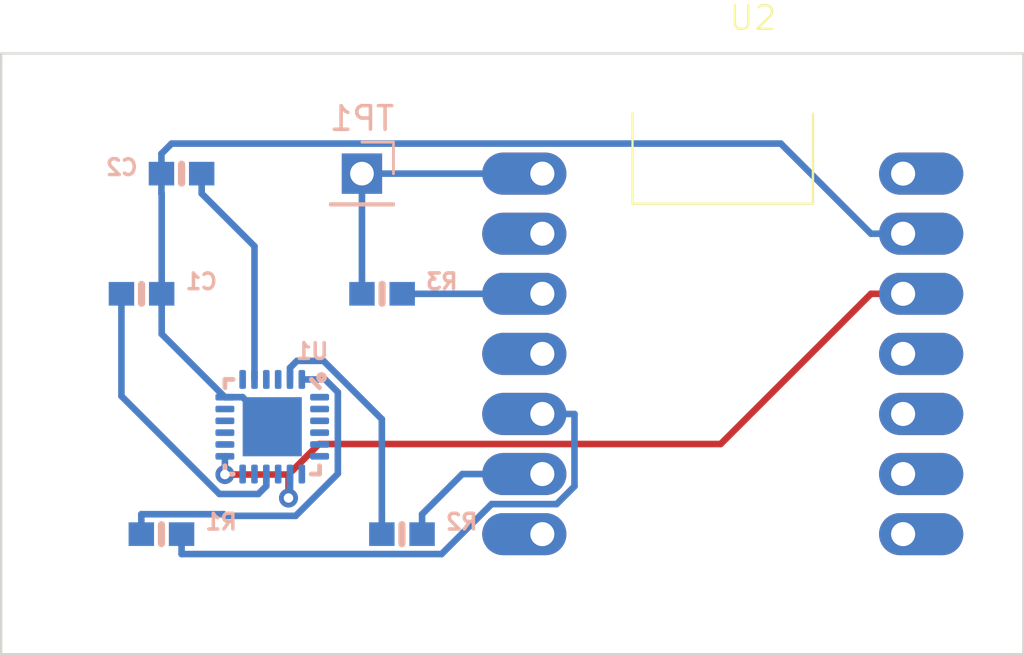
<source format=kicad_pcb>
(kicad_pcb (version 20221018) (generator pcbnew)
  (layers (0 "F.Cu" signal) (31 "B.Cu" signal) (34 "B.Paste" user) (35 "F.Paste" user) (36 "B.SilkS" user "B.Silkscreen") (37 "F.SilkS" user "F.Silkscreen") (38 "B.Mask" user) (39 "F.Mask" user) (44 "Edge.Cuts" user))
  (net 0 "")
  (net 1 "/REGOUT")
  (net 2 "GND")
  (net 3 "/CPOUT")
  (net 4 "Net-(U2-GPIO1_A0_D0)")
  (net 5 "Net-(U2-GPIO3_A2_D2)")
  (net 6 "/CLKIN")
  (net 7 "/SDA_EXT")
  (net 8 "/SCL_EXT")
  (net 9 "3.3V")
  (net 10 "/AD0")
  (net 11 "/FSYNC_IN")
  (net 12 "/INT")
  (net 16 "/SCL_3V")
  (net 17 "/SDA_3V")
  (net 26 "Net-(U2-GPIO4_A3_D3_SDA)")
  (net 27 "Net-(U2-GPIO6_A5_D5_SCL)")
  (footprint "esp32_sense:XIAO_ESP32_SENSE" (layer "F.Cu") (at 114.3 83.82)
    (fp_text reference "U2" (at 1.27 -14.2 unlocked) (layer "F.SilkS") (effects (font (thickness 0.1))))
    (fp_text value "~")
    (fp_line (start -3.81 -10.16) (end -3.81 -6.35) (stroke (width 0.1)) (layer "F.SilkS"))
    (fp_line (start -3.81 -6.35) (end 3.81 -6.35) (stroke (width 0.1)) (layer "F.SilkS"))
    (fp_line (start 3.81 -6.35) (end 3.81 -10.16) (stroke (width 0.1)) (layer "F.SilkS"))
    (pad "1" thru_hole oval (at -7.62 -7.62) (size 3.556 1.778) (drill 1.016 (offset -0.762 0)) (layers "*.Cu" "*.Mask") (net 4 "Net-(U2-GPIO1_A0_D0)"))
    (pad "2" thru_hole oval (at -7.62 -5.08) (size 3.556 1.778) (drill 1.016 (offset -0.762 0)) (layers "*.Cu" "*.Mask"))
    (pad "3" thru_hole oval (at -7.62 -2.54) (size 3.556 1.778) (drill 1.016 (offset -0.762 0)) (layers "*.Cu" "*.Mask") (net 5 "Net-(U2-GPIO3_A2_D2)"))
    (pad "4" thru_hole oval (at -7.62 0) (size 3.556 1.778) (drill 1.016 (offset -0.762 0)) (layers "*.Cu" "*.Mask"))
    (pad "5" thru_hole oval (at -7.62 2.54) (size 3.556 1.778) (drill 1.016 (offset -0.762 0)) (layers "*.Cu" "*.Mask") (net 26 "Net-(U2-GPIO4_A3_D3_SDA)"))
    (pad "6" thru_hole oval (at -7.62 5.08) (size 3.556 1.778) (drill 1.016 (offset -0.762 0)) (layers "*.Cu" "*.Mask") (net 27 "Net-(U2-GPIO6_A5_D5_SCL)"))
    (pad "7" thru_hole oval (at -7.62 7.62) (size 3.556 1.778) (drill 1.016 (offset -0.762 0)) (layers "*.Cu" "*.Mask"))
    (pad "8" thru_hole oval (at 7.62 -7.62) (size 3.556 1.778) (drill 1.016 (offset 0.762 0)) (layers "*.Cu" "*.Mask"))
    (pad "9" thru_hole oval (at 7.62 -5.08) (size 3.556 1.778) (drill 1.016 (offset 0.762 0)) (layers "*.Cu" "*.Mask") (net 2 "GND"))
    (pad "10" thru_hole oval (at 7.62 -2.54) (size 3.556 1.778) (drill 1.016 (offset 0.762 0)) (layers "*.Cu" "*.Mask") (net 9 "3.3V"))
    (pad "11" thru_hole oval (at 7.62 0) (size 3.556 1.778) (drill 1.016 (offset 0.762 0)) (layers "*.Cu" "*.Mask"))
    (pad "12" thru_hole oval (at 7.62 2.54) (size 3.556 1.778) (drill 1.016 (offset 0.762 0)) (layers "*.Cu" "*.Mask"))
    (pad "13" thru_hole oval (at 7.62 5.08) (size 3.556 1.778) (drill 1.016 (offset 0.762 0)) (layers "*.Cu" "*.Mask"))
    (pad "14" thru_hole oval (at 7.62 7.62) (size 3.556 1.778) (drill 1.016 (offset 0.762 0)) (layers "*.Cu" "*.Mask"))
  )
  (footprint "MPU6050:0603-NO" (layer "B.Cu") (at 90.59 91.44)
    (fp_text reference "R1" (at 1.778 -0.127) (layer "B.SilkS") (effects (font (size 0.666496 0.666496) (thickness 0.146304)) (justify right bottom mirror)))
    (fp_text value "4.7K")
    (fp_line (start 0 0.4) (end 0 -0.4) (stroke (width 0.3048)) (layer "B.SilkS"))
    (pad "1" smd rect (at -0.85 0) (size 1.075 1) (layers "B.Cu" "B.Paste" "B.Mask") (net 17 "/SDA_3V"))
    (pad "2" smd rect (at 0.85 0) (size 1.075 1) (layers "B.Cu" "B.Paste" "B.Mask") (net 26 "Net-(U2-GPIO4_A3_D3_SDA)"))
  )
  (footprint "MPU6050:0603-NO" (layer "B.Cu") (at 91.44 76.2 180)
    (fp_text reference "C2" (at 1.778 -0.127) (layer "B.SilkS") (effects (font (size 0.666496 0.666496) (thickness 0.146304)) (justify left bottom mirror)))
    (fp_text value "2.2nF")
    (fp_line (start 0 0.4) (end 0 -0.4) (stroke (width 0.3048)) (layer "B.SilkS"))
    (pad "1" smd rect (at -0.85 0 180) (size 1.075 1) (layers "B.Cu" "B.Paste" "B.Mask") (net 3 "/CPOUT"))
    (pad "2" smd rect (at 0.85 0 180) (size 1.075 1) (layers "B.Cu" "B.Paste" "B.Mask") (net 2 "GND"))
  )
  (footprint "MPU6050:QFN24_4MM_SMSC" (layer "B.Cu") (at 95.27 86.9 180)
    (fp_text reference "U1" (at -2.45 2.8) (layer "B.SilkS") (effects (font (size 0.666496 0.666496) (thickness 0.146304)) (justify left bottom mirror)))
    (fp_text value "MPU-6050")
    (fp_line (start -2 -2) (end -2 -1.65) (stroke (width 0.2032)) (layer "B.SilkS"))
    (fp_line (start -1.65 -2) (end -2 -2) (stroke (width 0.2032)) (layer "B.SilkS"))
    (fp_line (start -1.65 2) (end -2 1.65) (stroke (width 0.2032)) (layer "B.SilkS"))
    (fp_line (start 1.65 -2) (end 2 -2) (stroke (width 0.2032)) (layer "B.SilkS"))
    (fp_line (start 2 -1.65) (end 2 -2) (stroke (width 0.2032)) (layer "B.SilkS"))
    (fp_line (start 2 1.65) (end 2 2) (stroke (width 0.2032)) (layer "B.SilkS"))
    (fp_line (start 2 2) (end 1.65 2) (stroke (width 0.2032)) (layer "B.SilkS"))
    (fp_circle (center -2.0828 2.0828) (end -1.9558 2.0828) (stroke (width 0.2032)) (fill none) (layer "B.SilkS"))
    (pad "1" smd roundrect (at -2 1.25) (size 0.8 0.28) (layers "B.Cu" "B.Paste" "B.Mask") (net 6 "/CLKIN"))
    (pad "2" smd roundrect (at -2 0.75) (size 0.8 0.28) (layers "B.Cu" "B.Paste" "B.Mask"))
    (pad "3" smd roundrect (at -2 0.25) (size 0.8 0.28) (layers "B.Cu" "B.Paste" "B.Mask"))
    (pad "4" smd roundrect (at -2 -0.25) (size 0.8 0.28) (layers "B.Cu" "B.Paste" "B.Mask"))
    (pad "5" smd roundrect (at -2 -0.75) (size 0.8 0.28) (layers "B.Cu" "B.Paste" "B.Mask"))
    (pad "6" smd roundrect (at -2 -1.25) (size 0.8 0.28) (layers "B.Cu" "B.Paste" "B.Mask") (net 7 "/SDA_EXT"))
    (pad "7" smd roundrect (at -1.25 -2 90) (size 0.8 0.28) (layers "B.Cu" "B.Paste" "B.Mask") (net 8 "/SCL_EXT"))
    (pad "8" smd roundrect (at -0.75 -2 90) (size 0.8 0.28) (layers "B.Cu" "B.Paste" "B.Mask") (net 9 "3.3V"))
    (pad "9" smd roundrect (at -0.25 -2 90) (size 0.8 0.28) (layers "B.Cu" "B.Paste" "B.Mask") (net 10 "/AD0"))
    (pad "10" smd roundrect (at 0.25 -2 90) (size 0.8 0.28) (layers "B.Cu" "B.Paste" "B.Mask") (net 1 "/REGOUT"))
    (pad "11" smd roundrect (at 0.75 -2 90) (size 0.8 0.28) (layers "B.Cu" "B.Paste" "B.Mask") (net 11 "/FSYNC_IN"))
    (pad "12" smd roundrect (at 1.25 -2 90) (size 0.8 0.28) (layers "B.Cu" "B.Paste" "B.Mask") (net 12 "/INT"))
    (pad "13" smd roundrect (at 2 -1.25 180) (size 0.8 0.28) (layers "B.Cu" "B.Paste" "B.Mask") (net 9 "3.3V"))
    (pad "14" smd roundrect (at 2 -0.75 180) (size 0.8 0.28) (layers "B.Cu" "B.Paste" "B.Mask"))
    (pad "15" smd roundrect (at 2 -0.25 180) (size 0.8 0.28) (layers "B.Cu" "B.Paste" "B.Mask"))
    (pad "16" smd roundrect (at 2 0.25 180) (size 0.8 0.28) (layers "B.Cu" "B.Paste" "B.Mask"))
    (pad "17" smd roundrect (at 2 0.75 180) (size 0.8 0.28) (layers "B.Cu" "B.Paste" "B.Mask"))
    (pad "18" smd roundrect (at 2 1.25 180) (size 0.8 0.28) (layers "B.Cu" "B.Paste" "B.Mask") (net 2 "GND"))
    (pad "19" smd roundrect (at 1.25 2 270) (size 0.8 0.28) (layers "B.Cu" "B.Paste" "B.Mask"))
    (pad "20" smd roundrect (at 0.75 2 270) (size 0.8 0.28) (layers "B.Cu" "B.Paste" "B.Mask") (net 3 "/CPOUT"))
    (pad "21" smd roundrect (at 0.25 2 270) (size 0.8 0.28) (layers "B.Cu" "B.Paste" "B.Mask"))
    (pad "22" smd roundrect (at -0.25 2 270) (size 0.8 0.28) (layers "B.Cu" "B.Paste" "B.Mask"))
    (pad "23" smd roundrect (at -0.75 2 270) (size 0.8 0.28) (layers "B.Cu" "B.Paste" "B.Mask") (net 16 "/SCL_3V"))
    (pad "24" smd roundrect (at -1.25 2 270) (size 0.8 0.28) (layers "B.Cu" "B.Paste" "B.Mask") (net 17 "/SDA_3V"))
    (pad "THERM" smd rect (at 0 0 180) (size 2.5 2.5) (layers "B.Cu" "B.Mask") (net 2 "GND"))
  )
  (footprint "MPU6050:0603-NO" (layer "B.Cu") (at 89.75 81.28)
    (fp_text reference "C1" (at 1.778 -0.127 -360) (layer "B.SilkS") (effects (font (size 0.666496 0.666496) (thickness 0.146304)) (justify right bottom mirror)))
    (fp_text value "0.1uF")
    (fp_line (start 0 0.4) (end 0 -0.4) (stroke (width 0.3048)) (layer "B.SilkS"))
    (pad "1" smd rect (at -0.85 0) (size 1.075 1) (layers "B.Cu" "B.Paste" "B.Mask") (net 1 "/REGOUT"))
    (pad "2" smd rect (at 0.85 0) (size 1.075 1) (layers "B.Cu" "B.Paste" "B.Mask") (net 2 "GND"))
  )
  (footprint "MPU6050:0603-NO" (layer "B.Cu") (at 99.91 81.28)
    (fp_text reference "R3" (at 1.778 -0.127 -360) (layer "B.SilkS") (effects (font (size 0.666496 0.666496) (thickness 0.146304)) (justify right bottom mirror)))
    (fp_text value "10K")
    (fp_line (start 0 0.4) (end 0 -0.4) (stroke (width 0.3048)) (layer "B.SilkS"))
    (pad "1" smd rect (at -0.85 0) (size 1.075 1) (layers "B.Cu" "B.Paste" "B.Mask") (net 4 "Net-(U2-GPIO1_A0_D0)"))
    (pad "2" smd rect (at 0.85 0) (size 1.075 1) (layers "B.Cu" "B.Paste" "B.Mask") (net 5 "Net-(U2-GPIO3_A2_D2)"))
  )
  (footprint "MPU6050:0603-NO" (layer "B.Cu") (at 100.75 91.44)
    (fp_text reference "R2" (at 1.778 -0.127) (layer "B.SilkS") (effects (font (size 0.666496 0.666496) (thickness 0.146304)) (justify right bottom mirror)))
    (fp_text value "4.7K")
    (fp_line (start 0 0.4) (end 0 -0.4) (stroke (width 0.3048)) (layer "B.SilkS"))
    (pad "1" smd rect (at -0.85 0) (size 1.075 1) (layers "B.Cu" "B.Paste" "B.Mask") (net 16 "/SCL_3V"))
    (pad "2" smd rect (at 0.85 0) (size 1.075 1) (layers "B.Cu" "B.Paste" "B.Mask") (net 27 "Net-(U2-GPIO6_A5_D5_SCL)"))
  )
  (footprint "Connector_PinHeader_2.54mm:PinHeader_1x01_P2.54mm_Vertical" (layer "B.Cu") (at 99.06 76.2 180)
    (fp_text reference "TP1" (at 0 2.33) (layer "B.SilkS") (effects (justify mirror)))
    (fp_text value "TestPoint")
    (fp_line (start -1.33 -1.33) (end 1.33 -1.33) (stroke (width 0.12)) (layer "B.SilkS"))
    (fp_line (start -1.33 -1.27) (end -1.33 -1.33) (stroke (width 0.12)) (layer "B.SilkS"))
    (fp_line (start -1.33 -1.27) (end 1.33 -1.27) (stroke (width 0.12)) (layer "B.SilkS"))
    (fp_line (start -1.33 0) (end -1.33 1.33) (stroke (width 0.12)) (layer "B.SilkS"))
    (fp_line (start -1.33 1.33) (end 0 1.33) (stroke (width 0.12)) (layer "B.SilkS"))
    (fp_line (start 1.33 -1.27) (end 1.33 -1.33) (stroke (width 0.12)) (layer "B.SilkS"))
    (pad "1" thru_hole rect (at 0 0 180) (size 1.7 1.7) (drill 1) (layers "*.Cu" "*.Mask") (net 4 "Net-(U2-GPIO1_A0_D0)"))
  )
  (gr_rect (start 83.82 71.12) (end 127 96.52) (stroke (width 0.1)) (fill none) (layer "Edge.Cuts"))
  (segment (start 94.6828 89.7425) (end 95.02 89.4053) (width 0.2794) (layer "B.Cu") (net 1))
  (segment (start 93.0372 89.7425) (end 94.6828 89.7425) (width 0.2794) (layer "B.Cu") (net 1))
  (segment (start 88.9 85.6053) (end 93.0372 89.7425) (width 0.2794) (layer "B.Cu") (net 1))
  (segment (start 95.02 89.4053) (end 95.02 88.9) (width 0.2794) (layer "B.Cu") (net 1))
  (segment (start 88.9 81.28) (end 88.9 85.6053) (width 0.2794) (layer "B.Cu") (net 1))
  (segment (start 116.7513 74.9289) (end 120.5624 78.74) (width 0.2794) (layer "B.Cu") (net 2))
  (segment (start 91.0195 74.9289) (end 116.7513 74.9289) (width 0.2794) (layer "B.Cu") (net 2))
  (segment (start 90.6 81.28) (end 90.6 77.0516) (width 0.2794) (layer "B.Cu") (net 2))
  (segment (start 90.6 77.0516) (end 90.59 77.0416) (width 0.2794) (layer "B.Cu") (net 2))
  (segment (start 90.59 76.2) (end 90.59 75.3584) (width 0.2794) (layer "B.Cu") (net 2))
  (segment (start 93.27 85.65) (end 94.02 85.65) (width 0.2794) (layer "B.Cu") (net 2))
  (segment (start 90.6 82.98) (end 90.6 81.28) (width 0.2794) (layer "B.Cu") (net 2))
  (segment (start 121.92 78.74) (end 120.5624 78.74) (width 0.2794) (layer "B.Cu") (net 2))
  (segment (start 90.59 76.2) (end 90.59 77.0416) (width 0.2794) (layer "B.Cu") (net 2))
  (segment (start 93.27 85.65) (end 90.6 82.98) (width 0.2794) (layer "B.Cu") (net 2))
  (segment (start 90.59 75.3584) (end 91.0195 74.9289) (width 0.2794) (layer "B.Cu") (net 2))
  (segment (start 94.02 85.65) (end 95.27 86.9) (width 0.2794) (layer "B.Cu") (net 2))
  (segment (start 92.29 76.2) (end 92.29 77.0416) (width 0.2794) (layer "B.Cu") (net 3))
  (segment (start 92.29 77.0416) (end 94.52 79.2716) (width 0.2794) (layer "B.Cu") (net 3))
  (segment (start 94.52 79.2716) (end 94.52 84.9) (width 0.2794) (layer "B.Cu") (net 3))
  (segment (start 99.06 76.2) (end 106.68 76.2) (width 0.2794) (layer "B.Cu") (net 4))
  (segment (start 99.06 81.28) (end 99.06 76.2) (width 0.2794) (layer "B.Cu") (net 4))
  (segment (start 106.68 81.28) (end 100.76 81.28) (width 0.2794) (layer "B.Cu") (net 5))
  (segment (start 121.92 81.28) (end 120.5624 81.28) (width 0.2794) (layer "F.Cu") (net 9))
  (segment (start 95.9573 88.9204) (end 95.9573 89.9128) (width 0.2794) (layer "F.Cu") (net 9))
  (segment (start 97.2477 87.63) (end 95.9573 88.9204) (width 0.2794) (layer "F.Cu") (net 9))
  (segment (start 95.9573 88.9204) (end 93.27 88.9204) (width 0.2794) (layer "F.Cu") (net 9))
  (segment (start 114.2124 87.63) (end 97.2477 87.63) (width 0.2794) (layer "F.Cu") (net 9))
  (segment (start 120.5624 81.28) (end 114.2124 87.63) (width 0.2794) (layer "F.Cu") (net 9))
  (via (at 93.27 88.9204) (size 0.8) (drill 0.4) (layers "F.Cu" "B.Cu") (net 9))
  (via (at 95.9573 89.9128) (size 0.8) (drill 0.4) (layers "F.Cu" "B.Cu") (net 9))
  (segment (start 96.02 89.8501) (end 95.9573 89.9128) (width 0.2794) (layer "B.Cu") (net 9))
  (segment (start 93.27 88.9204) (end 93.27 88.15) (width 0.2794) (layer "B.Cu") (net 9))
  (segment (start 96.02 88.9) (end 96.02 89.8501) (width 0.2794) (layer "B.Cu") (net 9))
  (segment (start 99.9 91.44) (end 99.9 90.5984) (width 0.2794) (layer "B.Cu") (net 16))
  (segment (start 96.02 84.4101) (end 96.02 84.9) (width 0.2794) (layer "B.Cu") (net 16))
  (segment (start 96.3154 84.1147) (end 96.02 84.4101) (width 0.2794) (layer "B.Cu") (net 16))
  (segment (start 97.4356 84.1147) (end 96.3154 84.1147) (width 0.2794) (layer "B.Cu") (net 16))
  (segment (start 99.9 86.5791) (end 97.4356 84.1147) (width 0.2794) (layer "B.Cu") (net 16))
  (segment (start 99.9 90.5984) (end 99.9 86.5791) (width 0.2794) (layer "B.Cu") (net 16))
  (segment (start 96.2603 90.6674) (end 93.2836 90.6674) (width 0.2794) (layer "B.Cu") (net 17))
  (segment (start 89.74 91.44) (end 89.74 90.5984) (width 0.2794) (layer "B.Cu") (net 17))
  (segment (start 96.52 84.9) (end 97.5025 84.9) (width 0.2794) (layer "B.Cu") (net 17))
  (segment (start 98.0415 88.8862) (end 96.2603 90.6674) (width 0.2794) (layer "B.Cu") (net 17))
  (segment (start 98.0415 85.439) (end 98.0415 88.8862) (width 0.2794) (layer "B.Cu") (net 17))
  (segment (start 93.2836 90.6674) (end 93.2146 90.5984) (width 0.2794) (layer "B.Cu") (net 17))
  (segment (start 97.5025 84.9) (end 98.0415 85.439) (width 0.2794) (layer "B.Cu") (net 17))
  (segment (start 93.2146 90.5984) (end 89.74 90.5984) (width 0.2794) (layer "B.Cu") (net 17))
  (segment (start 91.44 91.44) (end 91.44 92.2816) (width 0.2794) (layer "B.Cu") (net 26))
  (segment (start 102.4238 92.2816) (end 91.44 92.2816) (width 0.2794) (layer "B.Cu") (net 26))
  (segment (start 107.2835 90.17) (end 104.5354 90.17) (width 0.2794) (layer "B.Cu") (net 26))
  (segment (start 106.68 86.36) (end 108.0376 86.36) (width 0.2794) (layer "B.Cu") (net 26))
  (segment (start 108.0376 86.36) (end 108.0376 89.4159) (width 0.2794) (layer "B.Cu") (net 26))
  (segment (start 104.5354 90.17) (end 102.4238 92.2816) (width 0.2794) (layer "B.Cu") (net 26))
  (segment (start 108.0376 89.4159) (end 107.2835 90.17) (width 0.2794) (layer "B.Cu") (net 26))
  (segment (start 103.2984 88.9) (end 106.68 88.9) (width 0.2794) (layer "B.Cu") (net 27))
  (segment (start 101.6 90.5984) (end 103.2984 88.9) (width 0.2794) (layer "B.Cu") (net 27))
  (segment (start 101.6 91.44) (end 101.6 90.5984) (width 0.2794) (layer "B.Cu") (net 27))
)
</source>
